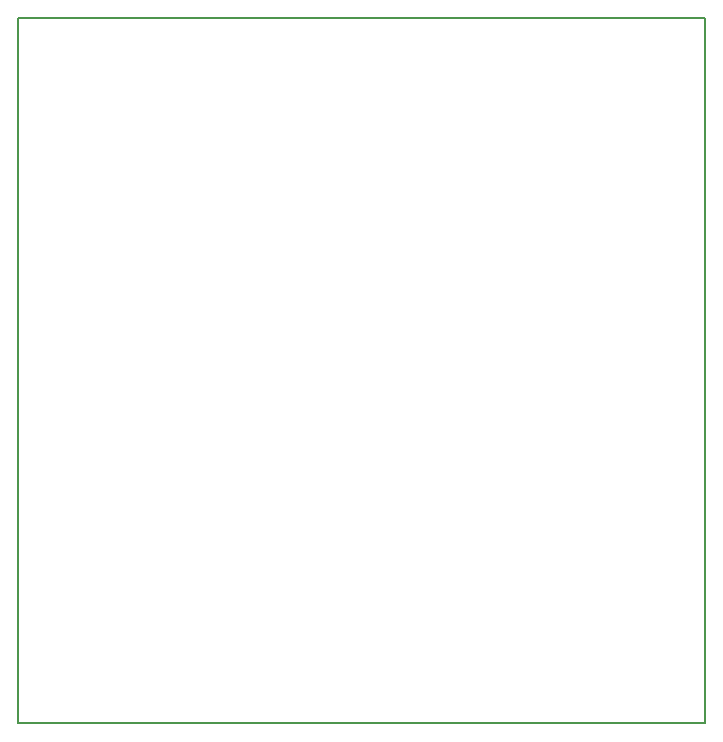
<source format=gbr>
G04 #@! TF.FileFunction,Profile,NP*
%FSLAX46Y46*%
G04 Gerber Fmt 4.6, Leading zero omitted, Abs format (unit mm)*
G04 Created by KiCad (PCBNEW 4.0.7) date 08/15/19 00:47:01*
%MOMM*%
%LPD*%
G01*
G04 APERTURE LIST*
%ADD10C,0.100000*%
%ADD11C,0.150000*%
G04 APERTURE END LIST*
D10*
D11*
X111252000Y-91694000D02*
X111252000Y-32004000D01*
X169418000Y-91694000D02*
X111252000Y-91694000D01*
X169418000Y-32004000D02*
X169418000Y-91694000D01*
X111252000Y-32004000D02*
X169418000Y-32004000D01*
M02*

</source>
